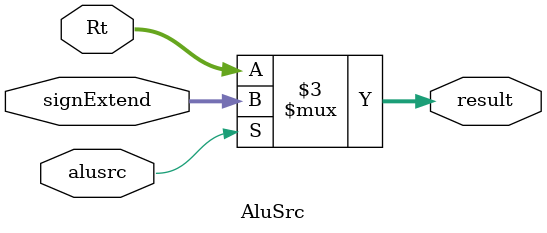
<source format=v>
module AluSrc(
		input [31:0] Rt,
		input [31:0] signExtend,
		input alusrc,
		output reg [31:0] result
    );
	 always@(alusrc or Rt or signExtend)
	 begin
	 if(alusrc)
	 result<=signExtend;
	 else
	 result<=Rt;
	 end


endmodule

</source>
